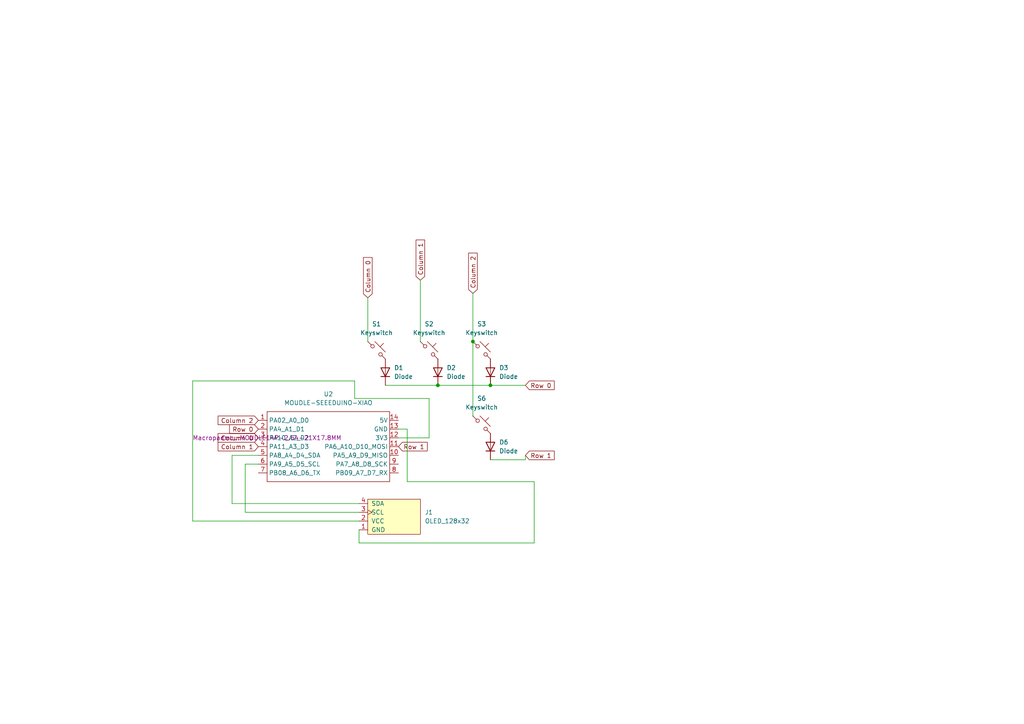
<source format=kicad_sch>
(kicad_sch (version 20231120) (generator "eeschema") (generator_version "8.0")
  (paper "A4")
  (lib_symbols
    (symbol "ScottoKeebs:OLED_128x32" (pin_names (offset 1.016))
      (property "Reference" "J" (at 0 -6.35 0))
      (property "Value" "OLED_128x32" (at 0 6.35 0))
      (symbol "OLED_128x32_0_1"
        (rectangle (start 0 5.08) (end 15.24 -5.08) (fill (type background)))
      )
      (symbol "OLED_128x32_1_1"
        (pin power_in line (at -2.54 -3.81 0) (length 2.54) (name "GND") (number "1"))
        (pin power_in line (at -2.54 -1.27 0) (length 2.54) (name "VCC") (number "2"))
        (pin input clock (at -2.54 1.27 0) (length 2.54) (name "SCL") (number "3"))
        (pin bidirectional line (at -2.54 3.81 0) (length 2.54) (name "SDA") (number "4"))
      )
    )
    (symbol "ScottoKeebs:Placeholder_Diode" (pin_numbers hide) (pin_names hide)
      (property "Reference" "D" (at 0 2.54 0))
      (property "Value" "Diode" (at 0 -2.54 0))
      (symbol "Placeholder_Diode_0_1"
        (polyline (pts (xy -1.27 1.27) (xy -1.27 -1.27)) (stroke (width 0.254)))
        (polyline (pts (xy 1.27 0) (xy -1.27 0)))
        (polyline (pts (xy 1.27 1.27) (xy 1.27 -1.27) (xy -1.27 0) (xy 1.27 1.27)) (stroke (width 0.254)))
      )
      (symbol "Placeholder_Diode_1_1"
        (pin passive line (at -3.81 0 0) (length 2.54) (name "K") (number "1"))
        (pin passive line (at 3.81 0 180) (length 2.54) (name "A") (number "2"))
      )
    )
    (symbol "ScottoKeebs:Placeholder_Keyswitch" (pin_numbers hide) (pin_names (offset 1.016) hide)
      (property "Reference" "S" (at 3.048 1.016 0))
      (property "Value" "Keyswitch" (at 0 -3.81 0))
      (symbol "Placeholder_Keyswitch_0_1"
        (circle (center -1.1684 1.1684) (radius 0.508))
        (polyline (pts (xy -0.508 2.54) (xy 2.54 -0.508)))
        (polyline (pts (xy 1.016 1.016) (xy 2.032 2.032)))
        (polyline (pts (xy -2.54 2.54) (xy -1.524 1.524) (xy -1.524 1.524)))
        (polyline (pts (xy 1.524 -1.524) (xy 2.54 -2.54) (xy 2.54 -2.54) (xy 2.54 -2.54)))
        (circle (center 1.143 -1.1938) (radius 0.508))
        (pin passive line (at -2.54 2.54 0) (length 0) (name "1") (number "1"))
        (pin passive line (at 2.54 -2.54 180) (length 0) (name "2") (number "2"))
      )
    )
    (symbol "macropadmcu:MOUDLE-SEEEDUINO-XIAO"
      (property "Reference" "U" (at -16.51 11.43 0))
      (property "Value" "MOUDLE-SEEEDUINO-XIAO" (at -3.81 -11.43 0))
      (symbol "MOUDLE-SEEEDUINO-XIAO_0_1"
        (rectangle (start -16.51 10.16) (end 19.05 -10.16))
      )
      (symbol "MOUDLE-SEEEDUINO-XIAO_1_1"
        (pin passive line (at -19.05 7.62 0) (length 2.54) (name "PA02_A0_D0") (number "1"))
        (pin passive line (at 21.59 -2.54 180) (length 2.54) (name "PA5_A9_D9_MISO") (number "10"))
        (pin passive line (at 21.59 0 180) (length 2.54) (name "PA6_A10_D10_MOSI") (number "11"))
        (pin passive line (at 21.59 2.54 180) (length 2.54) (name "3V3") (number "12"))
        (pin passive line (at 21.59 5.08 180) (length 2.54) (name "GND") (number "13"))
        (pin passive line (at 21.59 7.62 180) (length 2.54) (name "5V") (number "14"))
        (pin passive line (at -19.05 5.08 0) (length 2.54) (name "PA4_A1_D1") (number "2"))
        (pin passive line (at -19.05 2.54 0) (length 2.54) (name "PA10_A2_D2") (number "3"))
        (pin passive line (at -19.05 0 0) (length 2.54) (name "PA11_A3_D3") (number "4"))
        (pin passive line (at -19.05 -2.54 0) (length 2.54) (name "PA8_A4_D4_SDA") (number "5"))
        (pin passive line (at -19.05 -5.08 0) (length 2.54) (name "PA9_A5_D5_SCL") (number "6"))
        (pin passive line (at -19.05 -7.62 0) (length 2.54) (name "PB08_A6_D6_TX") (number "7"))
        (pin passive line (at 21.59 -7.62 180) (length 2.54) (name "PB09_A7_D7_RX") (number "8"))
        (pin passive line (at 21.59 -5.08 180) (length 2.54) (name "PA7_A8_D8_SCK") (number "9"))
      )
    )
  )
  (junction (at 137.16 99.06))
  (junction (at 127 111.76))
  (junction (at 142.24 111.76))
  (wire (pts (xy 102.87 110.49) (xy 102.87 115.57)))
  (wire (pts (xy 121.92 81.28) (xy 121.92 99.06)))
  (wire (pts (xy 104.14 148.59) (xy 71.12 148.59)))
  (wire (pts (xy 154.94 157.48) (xy 154.94 139.7)))
  (wire (pts (xy 118.11 124.46) (xy 115.57 124.46)))
  (wire (pts (xy 102.87 115.57) (xy 124.46 115.57)))
  (wire (pts (xy 118.11 139.7) (xy 118.11 124.46)))
  (wire (pts (xy 71.12 134.62) (xy 74.93 134.62)))
  (wire (pts (xy 124.46 115.57) (xy 124.46 127)))
  (wire (pts (xy 137.16 85.09) (xy 137.16 99.06)))
  (wire (pts (xy 152.4 132.08) (xy 152.4 133.35)))
  (wire (pts (xy 142.24 109.22) (xy 142.24 111.76)))
  (wire (pts (xy 154.94 139.7) (xy 118.11 139.7)))
  (wire (pts (xy 104.14 157.48) (xy 154.94 157.48)))
  (wire (pts (xy 104.14 151.13) (xy 55.88 151.13)))
  (wire (pts (xy 152.4 111.76) (xy 142.24 111.76)))
  (wire (pts (xy 67.31 146.05) (xy 67.31 132.08)))
  (wire (pts (xy 106.68 86.36) (xy 106.68 99.06)))
  (wire (pts (xy 137.16 99.06) (xy 137.16 120.65)))
  (wire (pts (xy 124.46 127) (xy 115.57 127)))
  (wire (pts (xy 104.14 153.67) (xy 104.14 157.48)))
  (wire (pts (xy 55.88 110.49) (xy 102.87 110.49)))
  (wire (pts (xy 111.76 111.76) (xy 127 111.76)))
  (wire (pts (xy 71.12 148.59) (xy 71.12 134.62)))
  (wire (pts (xy 127 111.76) (xy 142.24 111.76)))
  (wire (pts (xy 152.4 133.35) (xy 142.24 133.35)))
  (wire (pts (xy 55.88 151.13) (xy 55.88 110.49)))
  (wire (pts (xy 67.31 132.08) (xy 74.93 132.08)))
  (wire (pts (xy 104.14 146.05) (xy 67.31 146.05)))
  (global_label "Row 1" (shape input) (at 152.4 132.08 0) (property "Intersheetrefs" "${INTERSHEET_REFS}" (effects (hide yes))))
  (global_label "Column 1" (shape input) (at 121.92 81.28 90) (property "Intersheetrefs" "${INTERSHEET_REFS}" (effects (hide yes))))
  (global_label "Column 0" (shape input) (at 106.68 86.36 90) (property "Intersheetrefs" "${INTERSHEET_REFS}" (effects (hide yes))))
  (global_label "Column 2" (shape input) (at 137.16 85.09 90) (property "Intersheetrefs" "${INTERSHEET_REFS}" (effects (hide yes))))
  (global_label "Row 0" (shape input) (at 152.4 111.76 0) (property "Intersheetrefs" "${INTERSHEET_REFS}" (effects (hide yes))))
  (global_label "Column 0" (shape input) (at 74.93 127 180) (property "Intersheetrefs" "${INTERSHEET_REFS}" (effects (hide yes))))
  (global_label "Row 1" (shape input) (at 115.57 129.54 0) (property "Intersheetrefs" "${INTERSHEET_REFS}" (effects (hide yes))))
  (global_label "Column 1" (shape input) (at 74.93 129.54 180) (property "Intersheetrefs" "${INTERSHEET_REFS}" (effects (hide yes))))
  (global_label "Column 2" (shape input) (at 74.93 121.92 180) (property "Intersheetrefs" "${INTERSHEET_REFS}" (effects (hide yes))))
  (global_label "Row 0" (shape input) (at 74.93 124.46 180) (property "Intersheetrefs" "${INTERSHEET_REFS}" (effects (hide yes))))
  (symbol (lib_id "ScottoKeebs:Placeholder_Keyswitch") (at 139.7 101.6 0) (unit 1)
    (property "Reference" "S3" (at 139.7 93.98 0))
    (property "Value" "Keyswitch" (at 139.7 96.52 0))
    (property "Footprint" "ScottoKeebs_MX:MX_PCB_1.00u" (effects (hide yes)))
    (property "Description" "Push button switch, normally open, two pins, 45° tilted" (effects (hide yes)))
  )
  (symbol (lib_id "macropadmcu:MOUDLE-SEEEDUINO-XIAO") (at 93.98 129.54 0) (unit 1)
    (property "Reference" "U2" (at 95.25 114.3 0))
    (property "Value" "MOUDLE-SEEEDUINO-XIAO" (at 95.25 116.84 0))
    (property "Footprint" "Macropadmcu:MOUDLE14P-2.54-21X17.8MM" (at 77.47 127 0))
  )
  (symbol (lib_id "ScottoKeebs:Placeholder_Keyswitch") (at 124.46 101.6 0) (unit 1)
    (property "Reference" "S2" (at 124.46 93.98 0))
    (property "Value" "Keyswitch" (at 124.46 96.52 0))
    (property "Footprint" "ScottoKeebs_MX:MX_PCB_1.00u" (effects (hide yes)))
    (property "Description" "Push button switch, normally open, two pins, 45° tilted" (effects (hide yes)))
  )
  (symbol (lib_id "ScottoKeebs:Placeholder_Keyswitch") (at 109.22 101.6 0) (unit 1)
    (property "Reference" "S1" (at 109.22 93.98 0))
    (property "Value" "Keyswitch" (at 109.22 96.52 0))
    (property "Footprint" "ScottoKeebs_MX:MX_PCB_1.00u" (effects (hide yes)))
    (property "Description" "Push button switch, normally open, two pins, 45° tilted" (effects (hide yes)))
  )
  (symbol (lib_id "ScottoKeebs:Placeholder_Diode") (at 142.24 129.54 90) (unit 1)
    (property "Reference" "D6" (at 144.78 128.2699 90) (effects (justify right)))
    (property "Value" "Diode" (at 144.78 130.8099 90) (effects (justify right)))
    (property "Footprint" "ScottoKeebs_Components:Diode_DO-35" (effects (hide yes)))
    (property "Description" "1N4148 (DO-35) or 1N4148W (SOD-123)" (effects (hide yes)))
    (property "Sim.Device" "D" (effects (hide yes)))
    (property "Sim.Pins" "1=K 2=A" (effects (hide yes)))
  )
  (symbol (lib_id "ScottoKeebs:Placeholder_Diode") (at 111.76 107.95 90) (unit 1)
    (property "Reference" "D1" (at 114.3 106.6799 90) (effects (justify right)))
    (property "Value" "Diode" (at 114.3 109.2199 90) (effects (justify right)))
    (property "Footprint" "ScottoKeebs_Components:Diode_DO-35" (effects (hide yes)))
    (property "Description" "1N4148 (DO-35) or 1N4148W (SOD-123)" (effects (hide yes)))
    (property "Sim.Device" "D" (effects (hide yes)))
    (property "Sim.Pins" "1=K 2=A" (effects (hide yes)))
  )
  (symbol (lib_id "ScottoKeebs:Placeholder_Diode") (at 142.24 107.95 90) (unit 1)
    (property "Reference" "D3" (at 144.78 106.6799 90) (effects (justify right)))
    (property "Value" "Diode" (at 144.78 109.2199 90) (effects (justify right)))
    (property "Footprint" "ScottoKeebs_Components:Diode_DO-35" (effects (hide yes)))
    (property "Description" "1N4148 (DO-35) or 1N4148W (SOD-123)" (effects (hide yes)))
    (property "Sim.Device" "D" (effects (hide yes)))
    (property "Sim.Pins" "1=K 2=A" (effects (hide yes)))
  )
  (symbol (lib_id "ScottoKeebs:OLED_128x32") (at 106.68 149.86 0) (unit 1)
    (property "Reference" "J1" (at 123.19 148.5899 0) (effects (justify left)))
    (property "Value" "OLED_128x32" (at 123.19 151.1299 0) (effects (justify left)))
    (property "Footprint" "ScottoKeebs_Components:OLED_128x32" (effects (hide yes)))
  )
  (symbol (lib_id "ScottoKeebs:Placeholder_Keyswitch") (at 139.7 123.19 0) (unit 1)
    (property "Reference" "S6" (at 139.7 115.57 0))
    (property "Value" "Keyswitch" (at 139.7 118.11 0))
    (property "Footprint" "ScottoKeebs_MX:MX_PCB_1.00u" (effects (hide yes)))
    (property "Description" "Push button switch, normally open, two pins, 45° tilted" (effects (hide yes)))
  )
  (symbol (lib_id "ScottoKeebs:Placeholder_Diode") (at 127 107.95 90) (unit 1)
    (property "Reference" "D2" (at 129.54 106.6799 90) (effects (justify right)))
    (property "Value" "Diode" (at 129.54 109.2199 90) (effects (justify right)))
    (property "Footprint" "ScottoKeebs_Components:Diode_DO-35" (effects (hide yes)))
    (property "Description" "1N4148 (DO-35) or 1N4148W (SOD-123)" (effects (hide yes)))
    (property "Sim.Device" "D" (effects (hide yes)))
    (property "Sim.Pins" "1=K 2=A" (effects (hide yes)))
  )
)
</source>
